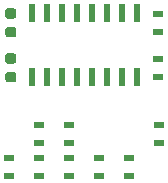
<source format=gbp>
G04 #@! TF.GenerationSoftware,KiCad,Pcbnew,(5.1.6)-1*
G04 #@! TF.CreationDate,2021-03-27T23:13:27-04:00*
G04 #@! TF.ProjectId,tm3130-2481bs,746d3331-3330-42d3-9234-383162732e6b,rev?*
G04 #@! TF.SameCoordinates,Original*
G04 #@! TF.FileFunction,Paste,Bot*
G04 #@! TF.FilePolarity,Positive*
%FSLAX46Y46*%
G04 Gerber Fmt 4.6, Leading zero omitted, Abs format (unit mm)*
G04 Created by KiCad (PCBNEW (5.1.6)-1) date 2021-03-27 23:13:27*
%MOMM*%
%LPD*%
G01*
G04 APERTURE LIST*
%ADD10R,0.900000X0.500000*%
%ADD11R,0.600000X1.500000*%
G04 APERTURE END LIST*
G36*
G01*
X129415250Y-42195000D02*
X128902750Y-42195000D01*
G75*
G02*
X128684000Y-41976250I0J218750D01*
G01*
X128684000Y-41538750D01*
G75*
G02*
X128902750Y-41320000I218750J0D01*
G01*
X129415250Y-41320000D01*
G75*
G02*
X129634000Y-41538750I0J-218750D01*
G01*
X129634000Y-41976250D01*
G75*
G02*
X129415250Y-42195000I-218750J0D01*
G01*
G37*
G36*
G01*
X129415250Y-43770000D02*
X128902750Y-43770000D01*
G75*
G02*
X128684000Y-43551250I0J218750D01*
G01*
X128684000Y-43113750D01*
G75*
G02*
X128902750Y-42895000I218750J0D01*
G01*
X129415250Y-42895000D01*
G75*
G02*
X129634000Y-43113750I0J-218750D01*
G01*
X129634000Y-43551250D01*
G75*
G02*
X129415250Y-43770000I-218750J0D01*
G01*
G37*
G36*
G01*
X128902750Y-45130000D02*
X129415250Y-45130000D01*
G75*
G02*
X129634000Y-45348750I0J-218750D01*
G01*
X129634000Y-45786250D01*
G75*
G02*
X129415250Y-46005000I-218750J0D01*
G01*
X128902750Y-46005000D01*
G75*
G02*
X128684000Y-45786250I0J218750D01*
G01*
X128684000Y-45348750D01*
G75*
G02*
X128902750Y-45130000I218750J0D01*
G01*
G37*
G36*
G01*
X128902750Y-46705000D02*
X129415250Y-46705000D01*
G75*
G02*
X129634000Y-46923750I0J-218750D01*
G01*
X129634000Y-47361250D01*
G75*
G02*
X129415250Y-47580000I-218750J0D01*
G01*
X128902750Y-47580000D01*
G75*
G02*
X128684000Y-47361250I0J218750D01*
G01*
X128684000Y-46923750D01*
G75*
G02*
X128902750Y-46705000I218750J0D01*
G01*
G37*
D10*
X141605000Y-47105000D03*
X141605000Y-45605000D03*
X141605000Y-41795000D03*
X141605000Y-43295000D03*
D11*
X130937000Y-41750000D03*
X132207000Y-41750000D03*
X133477000Y-41750000D03*
X134747000Y-41750000D03*
X136017000Y-41750000D03*
X137287000Y-41750000D03*
X138557000Y-41750000D03*
X139827000Y-41750000D03*
X139827000Y-47150000D03*
X138557000Y-47150000D03*
X137287000Y-47150000D03*
X136017000Y-47150000D03*
X134747000Y-47150000D03*
X133477000Y-47150000D03*
X132207000Y-47150000D03*
X130937000Y-47150000D03*
D10*
X131572000Y-52693000D03*
X131572000Y-51193000D03*
X141732000Y-51193000D03*
X141732000Y-52693000D03*
X136652000Y-53987000D03*
X136652000Y-55487000D03*
X131572000Y-55487000D03*
X131572000Y-53987000D03*
X129032000Y-53987000D03*
X129032000Y-55487000D03*
X134112000Y-51193000D03*
X134112000Y-52693000D03*
X139192000Y-53987000D03*
X139192000Y-55487000D03*
X134112000Y-55487000D03*
X134112000Y-53987000D03*
M02*

</source>
